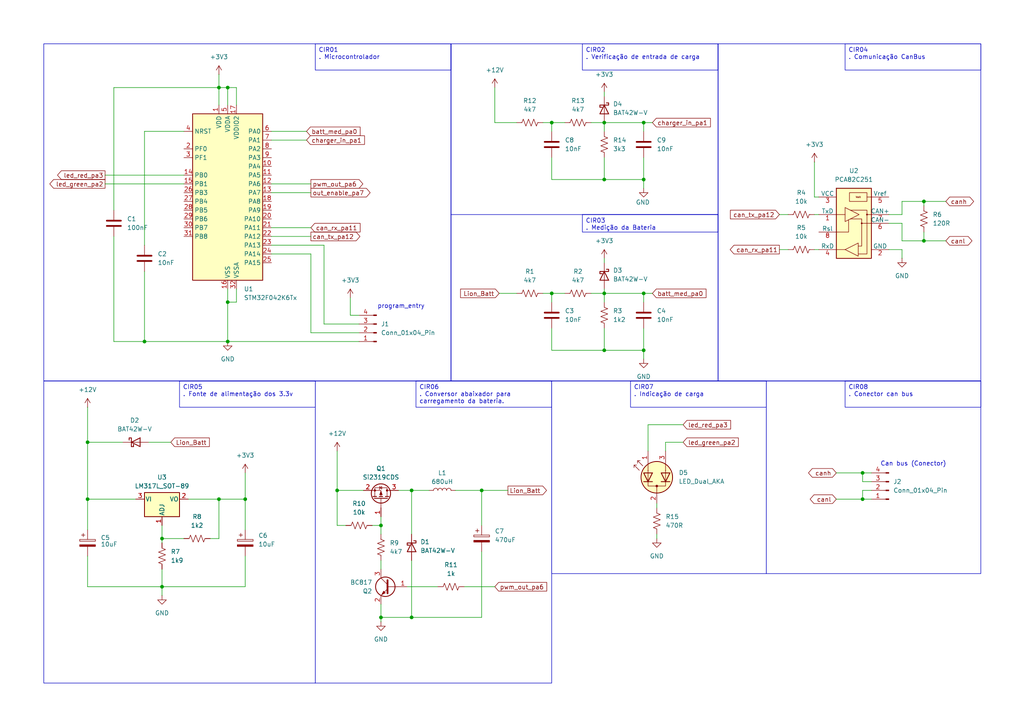
<source format=kicad_sch>
(kicad_sch (version 20250114) (generator "eeschema") (generator_version "9.0")
  (paper "A4")
  (lib_symbols
    (symbol "Connector:Conn_01x04_Pin" (pin_names (offset 1.016) (hide yes))
      (property "Reference" "J" (at 0 5.08 0))
      (property "Value" "Conn_01x04_Pin" (at 0 -7.62 0))
      (symbol "Conn_01x04_Pin_1_1"
        (rectangle (start 0.8636 2.667) (end 0 2.413) (stroke (width 0.1524)) (fill (type outline)))
        (rectangle (start 0.8636 0.127) (end 0 -0.127) (stroke (width 0.1524)) (fill (type outline)))
        (rectangle (start 0.8636 -2.413) (end 0 -2.667) (stroke (width 0.1524)) (fill (type outline)))
        (rectangle (start 0.8636 -4.953) (end 0 -5.207) (stroke (width 0.1524)) (fill (type outline)))
        (polyline (pts (xy 1.27 2.54) (xy 0.8636 2.54)) (stroke (width 0.1524)))
        (polyline (pts (xy 1.27 0) (xy 0.8636 0)) (stroke (width 0.1524)))
        (polyline (pts (xy 1.27 -2.54) (xy 0.8636 -2.54)) (stroke (width 0.1524)))
        (polyline (pts (xy 1.27 -5.08) (xy 0.8636 -5.08)) (stroke (width 0.1524)))
        (pin passive line (at 5.08 2.54 180) (length 3.81) (name "Pin_1") (number "1"))
        (pin passive line (at 5.08 0 180) (length 3.81) (name "Pin_2") (number "2"))
        (pin passive line (at 5.08 -2.54 180) (length 3.81) (name "Pin_3") (number "3"))
        (pin passive line (at 5.08 -5.08 180) (length 3.81) (name "Pin_4") (number "4"))
      )
    )
    (symbol "Device:C" (pin_numbers (hide yes)) (pin_names (offset 0.254))
      (property "Reference" "C" (at 0.635 2.54 0))
      (property "Value" "C" (at 0.635 -2.54 0))
      (symbol "C_0_1"
        (polyline (pts (xy -2.032 0.762) (xy 2.032 0.762)) (stroke (width 0.508)))
        (polyline (pts (xy -2.032 -0.762) (xy 2.032 -0.762)) (stroke (width 0.508)))
      )
      (symbol "C_1_1"
        (pin passive line (at 0 3.81 270) (length 2.794) (name "~") (number "1"))
        (pin passive line (at 0 -3.81 90) (length 2.794) (name "~") (number "2"))
      )
    )
    (symbol "Device:C_Polarized" (pin_numbers (hide yes)) (pin_names (offset 0.254))
      (property "Reference" "C" (at 0.635 2.54 0))
      (property "Value" "C_Polarized" (at 0.635 -2.54 0))
      (symbol "C_Polarized_0_1"
        (rectangle (start -2.286 0.508) (end 2.286 1.016))
        (polyline (pts (xy -1.778 2.286) (xy -0.762 2.286)))
        (polyline (pts (xy -1.27 2.794) (xy -1.27 1.778)))
        (rectangle (start 2.286 -0.508) (end -2.286 -1.016) (fill (type outline)))
      )
      (symbol "C_Polarized_1_1"
        (pin passive line (at 0 3.81 270) (length 2.794) (name "~") (number "1"))
        (pin passive line (at 0 -3.81 90) (length 2.794) (name "~") (number "2"))
      )
    )
    (symbol "Device:L" (pin_numbers (hide yes)) (pin_names (offset 1.016) (hide yes))
      (property "Reference" "L" (at -1.27 0 90))
      (property "Value" "L" (at 1.905 0 90))
      (symbol "L_0_1"
        (arc (start 0 2.54) (mid 0.6323 1.905) (end 0 1.27))
        (arc (start 0 1.27) (mid 0.6323 0.635) (end 0 0))
        (arc (start 0 0) (mid 0.6323 -0.635) (end 0 -1.27))
        (arc (start 0 -1.27) (mid 0.6323 -1.905) (end 0 -2.54))
      )
      (symbol "L_1_1"
        (pin passive line (at 0 3.81 270) (length 1.27) (name "1") (number "1"))
        (pin passive line (at 0 -3.81 90) (length 1.27) (name "2") (number "2"))
      )
    )
    (symbol "Device:LED_Dual_AKA" (pin_names (offset 0) (hide yes))
      (property "Reference" "D" (at 0 5.715 0))
      (property "Value" "LED_Dual_AKA" (at 0 -6.35 0))
      (symbol "LED_Dual_AKA_0_1"
        (polyline (pts (xy -4.572 0) (xy -2.54 0)))
        (circle (center -2.54 0) (radius 0.2794) (fill (type outline)))
        (polyline (pts (xy -1.27 1.27) (xy -1.27 3.81)) (stroke (width 0.254)))
        (polyline (pts (xy -1.27 -1.27) (xy -1.27 -3.81)) (stroke (width 0.254)))
        (circle (center 0 0) (radius 4.572) (stroke (width 0.254)) (fill (type background)))
        (polyline (pts (xy 1.27 1.27) (xy 1.27 3.81) (xy -1.27 2.54) (xy 1.27 1.27)) (stroke (width 0.254)))
        (polyline (pts (xy 1.27 -3.81) (xy 1.27 -1.27) (xy -1.27 -2.54) (xy 1.27 -3.81)) (stroke (width 0.254)))
        (polyline (pts (xy 2.032 5.08) (xy 3.556 6.604) (xy 2.794 6.604) (xy 3.556 6.604) (xy 3.556 5.842)))
        (polyline (pts (xy 2.032 2.54) (xy -2.54 2.54) (xy -2.54 -2.54) (xy 2.032 -2.54)))
        (polyline (pts (xy 3.302 4.064) (xy 4.826 5.588) (xy 4.064 5.588) (xy 4.826 5.588) (xy 4.826 4.826)))
        (polyline (pts (xy 3.81 2.54) (xy 1.905 2.54)))
        (polyline (pts (xy 3.81 -2.54) (xy 1.905 -2.54)))
      )
      (symbol "LED_Dual_AKA_1_1"
        (pin input line (at -7.62 0 0) (length 3.048) (name "K") (number "2"))
        (pin input line (at 7.62 2.54 180) (length 3.81) (name "A1") (number "1"))
        (pin input line (at 7.62 -2.54 180) (length 3.81) (name "A2") (number "3"))
      )
    )
    (symbol "Device:R_US" (pin_numbers (hide yes)) (pin_names (offset 0))
      (property "Reference" "R" (at 2.54 0 90))
      (property "Value" "R_US" (at -2.54 0 90))
      (symbol "R_US_0_1"
        (polyline (pts (xy 0 2.286) (xy 0 2.54)))
        (polyline (pts (xy 0 2.286) (xy 1.016 1.905) (xy 0 1.524) (xy -1.016 1.143) (xy 0 0.762)))
        (polyline (pts (xy 0 0.762) (xy 1.016 0.381) (xy 0 0) (xy -1.016 -0.381) (xy 0 -0.762)))
        (polyline (pts (xy 0 -0.762) (xy 1.016 -1.143) (xy 0 -1.524) (xy -1.016 -1.905) (xy 0 -2.286)))
        (polyline (pts (xy 0 -2.286) (xy 0 -2.54)))
      )
      (symbol "R_US_1_1"
        (pin passive line (at 0 3.81 270) (length 1.27) (name "~") (number "1"))
        (pin passive line (at 0 -3.81 90) (length 1.27) (name "~") (number "2"))
      )
    )
    (symbol "Diode:BAT42W-V" (pin_numbers (hide yes)) (pin_names (offset 1.016) (hide yes))
      (property "Reference" "D" (at 0 2.54 0))
      (property "Value" "BAT42W-V" (at 0 -2.54 0))
      (symbol "BAT42W-V_0_1"
        (polyline (pts (xy -1.905 0.635) (xy -1.905 1.27) (xy -1.27 1.27) (xy -1.27 -1.27) (xy -0.635 -1.27) (xy -0.635 -0.635)) (stroke (width 0.254)))
        (polyline (pts (xy 1.27 1.27) (xy 1.27 -1.27) (xy -1.27 0) (xy 1.27 1.27)) (stroke (width 0.254)))
        (polyline (pts (xy 1.27 0) (xy -1.27 0)))
      )
      (symbol "BAT42W-V_1_1"
        (pin passive line (at -3.81 0 0) (length 2.54) (name "K") (number "1"))
        (pin passive line (at 3.81 0 180) (length 2.54) (name "A") (number "2"))
      )
    )
    (symbol "Interface_CAN_LIN:PCA82C251" (pin_names (offset 0))
      (property "Reference" "U" (at -5.08 13.97 0))
      (property "Value" "PCA82C251" (at -5.08 11.43 0))
      (symbol "PCA82C251_0_1"
        (rectangle (start -5.08 10.16) (end 5.08 -10.16) (stroke (width 0.254)) (fill (type background)))
        (polyline (pts (xy -5.08 -2.54) (xy -1.524 -2.54) (xy -1.524 1.016)))
        (polyline (pts (xy -2.54 4.572) (xy -2.54 0.508) (xy 1.524 2.54) (xy -2.54 4.572)))
        (polyline (pts (xy -2.54 2.54) (xy -5.08 2.54)))
        (polyline (pts (xy -2.54 -7.62) (xy -5.08 -7.62)))
        (polyline (pts (xy -2.54 -7.62) (xy 1.27 -5.715) (xy 1.27 -9.525) (xy -2.54 -7.62)))
        (polyline (pts (xy -1.27 8.89) (xy -1.27 6.35) (xy 3.81 6.35) (xy 3.81 8.89) (xy -1.27 8.89)))
        (polyline (pts (xy -1.016 3.81) (xy 3.81 3.81) (xy 3.81 -8.89) (xy 1.27 -8.89)))
        (polyline (pts (xy -1.016 1.27) (xy 2.286 1.27) (xy 2.286 -6.604) (xy 1.27 -6.604)))
        (polyline (pts (xy 2.286 0) (xy 5.08 0)))
        (circle (center 2.286 0) (radius 0.127) (stroke (width 0.254)))
        (polyline (pts (xy 3.81 7.62) (xy 5.08 7.62)))
        (polyline (pts (xy 3.81 2.54) (xy 5.08 2.54)))
        (circle (center 3.81 2.54) (radius 0.127) (stroke (width 0.254)))
        (text "Volt" (at 1.27 7.62 0) (effects (font (size 0.508 0.508) (bold yes))))
      )
      (symbol "PCA82C251_1_1"
        (pin power_in line (at -10.16 7.62 0) (length 5.08) (name "VCC") (number "3"))
        (pin input line (at -10.16 2.54 0) (length 5.08) (name "TxD") (number "1"))
        (pin input line (at -10.16 -2.54 0) (length 5.08) (name "Rsl") (number "8"))
        (pin output line (at -10.16 -7.62 0) (length 5.08) (name "RxD") (number "4"))
        (pin output line (at 10.16 7.62 180) (length 5.08) (name "Vref") (number "5"))
        (pin bidirectional line (at 10.16 2.54 180) (length 5.08) (name "CAN+") (number "7"))
        (pin bidirectional line (at 10.16 0 180) (length 5.08) (name "CAN-") (number "6"))
        (pin power_in line (at 10.16 -7.62 180) (length 5.08) (name "GND") (number "2"))
      )
    )
    (symbol "MCU_ST_STM32F0:STM32F042K6Tx"
      (property "Reference" "U" (at -10.16 26.67 0))
      (property "Value" "STM32F042K6Tx" (at 5.08 26.67 0))
      (symbol "STM32F042K6Tx_0_1"
        (rectangle (start -10.16 -22.86) (end 10.16 25.4) (stroke (width 0.254)) (fill (type background)))
      )
      (symbol "STM32F042K6Tx_1_1"
        (pin input line (at -12.7 20.32 0) (length 2.54) (name "NRST") (number "4"))
        (pin bidirectional line (at -12.7 15.24 0) (length 2.54) (name "PF0") (number "2"))
        (pin bidirectional line (at -12.7 12.7 0) (length 2.54) (name "PF1") (number "3"))
        (pin bidirectional line (at -12.7 7.62 0) (length 2.54) (name "PB0") (number "14"))
        (pin bidirectional line (at -12.7 5.08 0) (length 2.54) (name "PB1") (number "15"))
        (pin bidirectional line (at -12.7 2.54 0) (length 2.54) (name "PB3") (number "26"))
        (pin bidirectional line (at -12.7 0 0) (length 2.54) (name "PB4") (number "27"))
        (pin bidirectional line (at -12.7 -2.54 0) (length 2.54) (name "PB5") (number "28"))
        (pin bidirectional line (at -12.7 -5.08 0) (length 2.54) (name "PB6") (number "29"))
        (pin bidirectional line (at -12.7 -7.62 0) (length 2.54) (name "PB7") (number "30"))
        (pin bidirectional line (at -12.7 -10.16 0) (length 2.54) (name "PB8") (number "31"))
        (pin power_in line (at -2.54 27.94 270) (length 2.54) (name "VDD") (number "1"))
        (pin power_in line (at 0 27.94 270) (length 2.54) (name "VDDA") (number "5"))
        (pin power_in line (at 0 -25.4 90) (length 2.54) (name "VSS") (number "16"))
        (pin power_in line (at 2.54 27.94 270) (length 2.54) (name "VDDIO2") (number "17"))
        (pin power_in line (at 2.54 -25.4 90) (length 2.54) (name "VSSA") (number "32"))
        (pin bidirectional line (at 12.7 20.32 180) (length 2.54) (name "PA0") (number "6"))
        (pin bidirectional line (at 12.7 17.78 180) (length 2.54) (name "PA1") (number "7"))
        (pin bidirectional line (at 12.7 15.24 180) (length 2.54) (name "PA2") (number "8"))
        (pin bidirectional line (at 12.7 12.7 180) (length 2.54) (name "PA3") (number "9"))
        (pin bidirectional line (at 12.7 10.16 180) (length 2.54) (name "PA4") (number "10"))
        (pin bidirectional line (at 12.7 7.62 180) (length 2.54) (name "PA5") (number "11"))
        (pin bidirectional line (at 12.7 5.08 180) (length 2.54) (name "PA6") (number "12"))
        (pin bidirectional line (at 12.7 2.54 180) (length 2.54) (name "PA7") (number "13"))
        (pin bidirectional line (at 12.7 0 180) (length 2.54) (name "PA8") (number "18"))
        (pin bidirectional line (at 12.7 -2.54 180) (length 2.54) (name "PA9") (number "19"))
        (pin bidirectional line (at 12.7 -5.08 180) (length 2.54) (name "PA10") (number "20"))
        (pin bidirectional line (at 12.7 -7.62 180) (length 2.54) (name "PA11") (number "21"))
        (pin bidirectional line (at 12.7 -10.16 180) (length 2.54) (name "PA12") (number "22"))
        (pin bidirectional line (at 12.7 -12.7 180) (length 2.54) (name "PA13") (number "23"))
        (pin bidirectional line (at 12.7 -15.24 180) (length 2.54) (name "PA14") (number "24"))
        (pin bidirectional line (at 12.7 -17.78 180) (length 2.54) (name "PA15") (number "25"))
      )
    )
    (symbol "Regulator_Linear:LM317L_SOT-89" (pin_names (offset 0.254))
      (property "Reference" "U" (at -3.81 3.175 0))
      (property "Value" "LM317L_SOT-89" (at 0 3.175 0))
      (symbol "LM317L_SOT-89_0_1"
        (rectangle (start -5.08 1.905) (end 5.08 -5.08) (stroke (width 0.254)) (fill (type background)))
      )
      (symbol "LM317L_SOT-89_1_1"
        (pin power_in line (at -7.62 0 0) (length 2.54) (name "VI") (number "3"))
        (pin input line (at 0 -7.62 90) (length 2.54) (name "ADJ") (number "1"))
        (pin power_out line (at 7.62 0 180) (length 2.54) (name "VO") (number "2"))
      )
    )
    (symbol "Transistor_BJT:BC817" (pin_names (offset 0) (hide yes))
      (property "Reference" "Q" (at 5.08 1.905 0))
      (property "Value" "BC817" (at 5.08 0 0))
      (symbol "BC817_0_1"
        (polyline (pts (xy -2.54 0) (xy 0.635 0)))
        (polyline (pts (xy 0.635 1.905) (xy 0.635 -1.905)) (stroke (width 0.508)))
        (circle (center 1.27 0) (radius 2.8194) (stroke (width 0.254)))
      )
      (symbol "BC817_1_1"
        (polyline (pts (xy 0.635 0.635) (xy 2.54 2.54)))
        (polyline (pts (xy 0.635 -0.635) (xy 2.54 -2.54)))
        (polyline (pts (xy 1.27 -1.778) (xy 1.778 -1.27) (xy 2.286 -2.286) (xy 1.27 -1.778)) (fill (type outline)))
        (pin input line (at -5.08 0 0) (length 2.54) (name "B") (number "1"))
        (pin passive line (at 2.54 5.08 270) (length 2.54) (name "C") (number "3"))
        (pin passive line (at 2.54 -5.08 90) (length 2.54) (name "E") (number "2"))
      )
    )
    (symbol "Transistor_FET:Si2319CDS" (pin_names (hide yes))
      (property "Reference" "Q" (at 5.08 1.905 0))
      (property "Value" "Si2319CDS" (at 5.08 0 0))
      (symbol "Si2319CDS_0_1"
        (polyline (pts (xy 0.254 1.905) (xy 0.254 -1.905)) (stroke (width 0.254)))
        (polyline (pts (xy 0.254 0) (xy -2.54 0)))
        (polyline (pts (xy 0.762 2.286) (xy 0.762 1.27)) (stroke (width 0.254)))
        (polyline (pts (xy 0.762 1.778) (xy 3.302 1.778) (xy 3.302 -1.778) (xy 0.762 -1.778)))
        (polyline (pts (xy 0.762 0.508) (xy 0.762 -0.508)) (stroke (width 0.254)))
        (polyline (pts (xy 0.762 -1.27) (xy 0.762 -2.286)) (stroke (width 0.254)))
        (circle (center 1.651 0) (radius 2.794) (stroke (width 0.254)))
        (polyline (pts (xy 2.286 0) (xy 1.27 0.381) (xy 1.27 -0.381) (xy 2.286 0)) (fill (type outline)))
        (polyline (pts (xy 2.54 2.54) (xy 2.54 1.778)))
        (circle (center 2.54 1.778) (radius 0.254) (fill (type outline)))
        (circle (center 2.54 -1.778) (radius 0.254) (fill (type outline)))
        (polyline (pts (xy 2.54 -2.54) (xy 2.54 0) (xy 0.762 0)))
        (polyline (pts (xy 2.794 -0.508) (xy 2.921 -0.381) (xy 3.683 -0.381) (xy 3.81 -0.254)))
        (polyline (pts (xy 3.302 -0.381) (xy 2.921 0.254) (xy 3.683 0.254) (xy 3.302 -0.381)))
      )
      (symbol "Si2319CDS_1_1"
        (pin input line (at -5.08 0 0) (length 2.54) (name "G") (number "1"))
        (pin passive line (at 2.54 5.08 270) (length 2.54) (name "D") (number "3"))
        (pin passive line (at 2.54 -5.08 90) (length 2.54) (name "S") (number "2"))
      )
    )
    (symbol "power:+12V" (power) (pin_numbers (hide yes)) (pin_names (offset 0) (hide yes))
      (property "Value" "+12V" (at 0 3.556 0))
      (symbol "+12V_0_1"
        (polyline (pts (xy -0.762 1.27) (xy 0 2.54)))
        (polyline (pts (xy 0 2.54) (xy 0.762 1.27)))
        (polyline (pts (xy 0 0) (xy 0 2.54)))
      )
      (symbol "+12V_1_1"
        (pin power_in line (at 0 0 90) (length 0) (name "~") (number "1"))
      )
    )
    (symbol "power:+3V3" (power) (pin_numbers (hide yes)) (pin_names (offset 0) (hide yes))
      (property "Value" "+3V3" (at 0 3.556 0))
      (symbol "+3V3_0_1"
        (polyline (pts (xy -0.762 1.27) (xy 0 2.54)))
        (polyline (pts (xy 0 2.54) (xy 0.762 1.27)))
        (polyline (pts (xy 0 0) (xy 0 2.54)))
      )
      (symbol "+3V3_1_1"
        (pin power_in line (at 0 0 90) (length 0) (name "~") (number "1"))
      )
    )
    (symbol "power:GND" (power) (pin_numbers (hide yes)) (pin_names (offset 0) (hide yes))
      (property "Value" "GND" (at 0 -3.81 0))
      (symbol "GND_0_1"
        (polyline (pts (xy 0 0) (xy 0 -1.27) (xy 1.27 -1.27) (xy 0 -2.54) (xy -1.27 -1.27) (xy 0 -1.27)))
      )
      (symbol "GND_1_1"
        (pin power_in line (at 0 0 270) (length 0) (name "~") (number "1"))
      )
    )
  )
  (rectangle (start 91.44 110.49) (end 160.02 198.12))
  (rectangle (start 222.25 110.49) (end 284.48 166.37))
  (rectangle (start 130.81 12.7) (end 208.28 110.49))
  (rectangle (start 12.7 12.7) (end 130.81 110.49))
  (rectangle (start 208.28 12.7) (end 284.48 110.49))
  (rectangle (start 12.7 110.49) (end 91.44 198.12))
  (rectangle (start 160.02 110.49) (end 222.25 166.37))
  (text "Can bus (Conector)\n" (at 264.922 134.62 0) (effects (font (size 1.27 1.27))))
  (text "program_entry\n" (at 116.332 88.9 0) (effects (font (size 1.27 1.27))))
  (text_box "CIR06\n. Conversor abaixador para carregamento da bateria.\n\n\n" (at 120.65 110.49 0) (size 39.37 7.62) (margins 0.9525 0.9525 0.9525 0.9525) (effects (font (size 1.27 1.27)) (justify left top)))
  (text_box "CIR07\n. Indicação de carga\n\n" (at 182.88 110.49 0) (size 39.37 7.62) (margins 0.9525 0.9525 0.9525 0.9525) (effects (font (size 1.27 1.27)) (justify left top)))
  (text_box "CIR08\n. Conector can bus\n\n\n" (at 245.11 110.49 0) (size 39.37 7.62) (margins 0.9525 0.9525 0.9525 0.9525) (effects (font (size 1.27 1.27)) (justify left top)))
  (text_box "CIR05\n. Fonte de alimentação dos 3.3v\n\n\n\n" (at 52.07 110.49 0) (size 39.37 7.62) (margins 0.9525 0.9525 0.9525 0.9525) (effects (font (size 1.27 1.27)) (justify left top)))
  (text_box "CIR04\n. Comunicação CanBus\n\n\n\n" (at 245.11 12.7 0) (size 39.37 7.62) (margins 0.9525 0.9525 0.9525 0.9525) (effects (font (size 1.27 1.27)) (justify left top)))
  (text_box "CIR02\n. Verificação de entrada de carga" (at 168.91 12.7 0) (size 39.37 7.62) (margins 0.9525 0.9525 0.9525 0.9525) (effects (font (size 1.27 1.27)) (justify left top)))
  (text_box "CIR01\n. Microcontrolador\n" (at 91.44 12.7 0) (size 39.37 7.62) (margins 0.9525 0.9525 0.9525 0.9525) (effects (font (size 1.27 1.27)) (justify left top)))
  (text_box "CIR03\n. Medição da Bateria\n\n" (at 168.91 62.23 0) (size 39.37 5.08) (margins 0.9525 0.9525 0.9525 0.9525) (effects (font (size 1.27 1.27)) (justify left top)))
  (junction (at 46.99 170.18))
  (junction (at 267.97 58.42))
  (junction (at 25.4 128.27))
  (junction (at 139.7 142.24))
  (junction (at 267.97 69.85))
  (junction (at 66.04 87.63))
  (junction (at 186.69 85.09))
  (junction (at 46.99 156.21))
  (junction (at 66.04 99.06))
  (junction (at 63.5 144.78))
  (junction (at 41.91 99.06))
  (junction (at 63.5 25.4))
  (junction (at 160.02 35.56))
  (junction (at 66.04 25.4))
  (junction (at 119.38 142.24))
  (junction (at 250.19 144.78))
  (junction (at 250.19 137.16))
  (junction (at 97.79 142.24))
  (junction (at 110.49 179.07))
  (junction (at 175.26 35.56))
  (junction (at 186.69 52.07))
  (junction (at 186.69 101.6))
  (junction (at 160.02 85.09))
  (junction (at 119.38 179.07))
  (junction (at 175.26 52.07))
  (junction (at 110.49 152.4))
  (junction (at 71.12 144.78))
  (junction (at 175.26 85.09))
  (junction (at 175.26 101.6))
  (junction (at 25.4 144.78))
  (junction (at 186.69 35.56))
  (wire (pts (xy 175.26 85.09) (xy 186.69 85.09)))
  (wire (pts (xy 41.91 38.1) (xy 53.34 38.1)))
  (wire (pts (xy 267.97 58.42) (xy 267.97 59.69)))
  (wire (pts (xy 25.4 128.27) (xy 25.4 144.78)))
  (wire (pts (xy 186.69 85.09) (xy 189.23 85.09)))
  (wire (pts (xy 226.06 62.23) (xy 228.6 62.23)))
  (wire (pts (xy 139.7 142.24) (xy 147.32 142.24)))
  (wire (pts (xy 63.5 156.21) (xy 63.5 144.78)))
  (wire (pts (xy 78.74 66.04) (xy 90.17 66.04)))
  (wire (pts (xy 267.97 67.31) (xy 267.97 69.85)))
  (wire (pts (xy 175.26 45.72) (xy 175.26 52.07)))
  (wire (pts (xy 93.98 71.12) (xy 93.98 93.98)))
  (wire (pts (xy 68.58 87.63) (xy 66.04 87.63)))
  (wire (pts (xy 250.19 139.7) (xy 252.73 139.7)))
  (wire (pts (xy 175.26 74.93) (xy 175.26 76.2)))
  (wire (pts (xy 236.22 72.39) (xy 237.49 72.39)))
  (wire (pts (xy 157.48 85.09) (xy 160.02 85.09)))
  (wire (pts (xy 25.4 118.11) (xy 25.4 128.27)))
  (wire (pts (xy 30.48 50.8) (xy 53.34 50.8)))
  (wire (pts (xy 242.57 144.78) (xy 250.19 144.78)))
  (wire (pts (xy 41.91 78.74) (xy 41.91 99.06)))
  (wire (pts (xy 139.7 142.24) (xy 139.7 152.4)))
  (wire (pts (xy 101.6 91.44) (xy 104.14 91.44)))
  (wire (pts (xy 267.97 69.85) (xy 274.32 69.85)))
  (wire (pts (xy 68.58 83.82) (xy 68.58 87.63)))
  (wire (pts (xy 97.79 130.81) (xy 97.79 142.24)))
  (wire (pts (xy 110.49 179.07) (xy 110.49 180.34)))
  (wire (pts (xy 78.74 55.88) (xy 90.17 55.88)))
  (wire (pts (xy 63.5 25.4) (xy 63.5 30.48)))
  (wire (pts (xy 252.73 142.24) (xy 250.19 142.24)))
  (wire (pts (xy 160.02 85.09) (xy 163.83 85.09)))
  (wire (pts (xy 71.12 144.78) (xy 71.12 153.67)))
  (wire (pts (xy 160.02 52.07) (xy 175.26 52.07)))
  (wire (pts (xy 25.4 128.27) (xy 35.56 128.27)))
  (wire (pts (xy 110.49 162.56) (xy 110.49 165.1)))
  (wire (pts (xy 101.6 86.36) (xy 101.6 91.44)))
  (wire (pts (xy 186.69 95.25) (xy 186.69 101.6)))
  (wire (pts (xy 175.26 52.07) (xy 186.69 52.07)))
  (wire (pts (xy 186.69 35.56) (xy 186.69 38.1)))
  (wire (pts (xy 190.5 147.32) (xy 190.5 146.05)))
  (wire (pts (xy 250.19 137.16) (xy 250.19 139.7)))
  (wire (pts (xy 257.81 64.77) (xy 261.62 64.77)))
  (wire (pts (xy 25.4 144.78) (xy 39.37 144.78)))
  (wire (pts (xy 257.81 72.39) (xy 261.62 72.39)))
  (wire (pts (xy 160.02 95.25) (xy 160.02 101.6)))
  (wire (pts (xy 175.26 26.67) (xy 175.26 27.94)))
  (wire (pts (xy 33.02 68.58) (xy 33.02 99.06)))
  (wire (pts (xy 139.7 160.02) (xy 139.7 179.07)))
  (wire (pts (xy 33.02 99.06) (xy 41.91 99.06)))
  (wire (pts (xy 175.26 83.82) (xy 175.26 85.09)))
  (wire (pts (xy 186.69 52.07) (xy 186.69 54.61)))
  (wire (pts (xy 257.81 62.23) (xy 261.62 62.23)))
  (wire (pts (xy 90.17 96.52) (xy 104.14 96.52)))
  (wire (pts (xy 100.33 152.4) (xy 97.79 152.4)))
  (wire (pts (xy 71.12 170.18) (xy 46.99 170.18)))
  (wire (pts (xy 110.49 175.26) (xy 110.49 179.07)))
  (wire (pts (xy 132.08 142.24) (xy 139.7 142.24)))
  (wire (pts (xy 190.5 154.94) (xy 190.5 156.21)))
  (wire (pts (xy 119.38 179.07) (xy 110.49 179.07)))
  (wire (pts (xy 68.58 25.4) (xy 66.04 25.4)))
  (wire (pts (xy 186.69 85.09) (xy 186.69 87.63)))
  (wire (pts (xy 187.96 123.19) (xy 187.96 130.81)))
  (wire (pts (xy 110.49 149.86) (xy 110.49 152.4)))
  (polyline (pts (xy 130.81 62.23) (xy 208.28 62.23)))
  (wire (pts (xy 250.19 142.24) (xy 250.19 144.78)))
  (wire (pts (xy 115.57 142.24) (xy 119.38 142.24)))
  (wire (pts (xy 93.98 93.98) (xy 104.14 93.98)))
  (wire (pts (xy 25.4 170.18) (xy 46.99 170.18)))
  (wire (pts (xy 261.62 72.39) (xy 261.62 74.93)))
  (wire (pts (xy 236.22 46.99) (xy 236.22 57.15)))
  (wire (pts (xy 171.45 35.56) (xy 175.26 35.56)))
  (wire (pts (xy 78.74 68.58) (xy 90.17 68.58)))
  (wire (pts (xy 119.38 162.56) (xy 119.38 179.07)))
  (wire (pts (xy 261.62 58.42) (xy 267.97 58.42)))
  (wire (pts (xy 252.73 137.16) (xy 250.19 137.16)))
  (wire (pts (xy 97.79 142.24) (xy 105.41 142.24)))
  (wire (pts (xy 33.02 25.4) (xy 63.5 25.4)))
  (wire (pts (xy 175.26 85.09) (xy 175.26 87.63)))
  (wire (pts (xy 33.02 60.96) (xy 33.02 25.4)))
  (wire (pts (xy 63.5 21.59) (xy 63.5 25.4)))
  (wire (pts (xy 90.17 73.66) (xy 90.17 96.52)))
  (wire (pts (xy 41.91 71.12) (xy 41.91 38.1)))
  (wire (pts (xy 25.4 161.29) (xy 25.4 170.18)))
  (wire (pts (xy 143.51 35.56) (xy 149.86 35.56)))
  (wire (pts (xy 78.74 40.64) (xy 88.9 40.64)))
  (wire (pts (xy 46.99 156.21) (xy 46.99 157.48)))
  (wire (pts (xy 160.02 87.63) (xy 160.02 85.09)))
  (wire (pts (xy 66.04 30.48) (xy 66.04 25.4)))
  (wire (pts (xy 267.97 58.42) (xy 274.32 58.42)))
  (wire (pts (xy 71.12 161.29) (xy 71.12 170.18)))
  (wire (pts (xy 46.99 165.1) (xy 46.99 170.18)))
  (wire (pts (xy 134.62 170.18) (xy 143.51 170.18)))
  (wire (pts (xy 236.22 62.23) (xy 237.49 62.23)))
  (wire (pts (xy 78.74 73.66) (xy 90.17 73.66)))
  (wire (pts (xy 41.91 99.06) (xy 66.04 99.06)))
  (wire (pts (xy 43.18 128.27) (xy 49.53 128.27)))
  (wire (pts (xy 139.7 179.07) (xy 119.38 179.07)))
  (wire (pts (xy 186.69 35.56) (xy 189.23 35.56)))
  (wire (pts (xy 46.99 152.4) (xy 46.99 156.21)))
  (wire (pts (xy 186.69 45.72) (xy 186.69 52.07)))
  (wire (pts (xy 30.48 53.34) (xy 53.34 53.34)))
  (wire (pts (xy 144.78 85.09) (xy 149.86 85.09)))
  (wire (pts (xy 193.04 128.27) (xy 193.04 130.81)))
  (wire (pts (xy 143.51 25.4) (xy 143.51 35.56)))
  (wire (pts (xy 78.74 38.1) (xy 88.9 38.1)))
  (wire (pts (xy 119.38 154.94) (xy 119.38 142.24)))
  (wire (pts (xy 226.06 72.39) (xy 228.6 72.39)))
  (wire (pts (xy 66.04 25.4) (xy 63.5 25.4)))
  (wire (pts (xy 119.38 142.24) (xy 124.46 142.24)))
  (wire (pts (xy 63.5 144.78) (xy 71.12 144.78)))
  (wire (pts (xy 186.69 101.6) (xy 186.69 104.14)))
  (wire (pts (xy 160.02 38.1) (xy 160.02 35.56)))
  (wire (pts (xy 160.02 45.72) (xy 160.02 52.07)))
  (wire (pts (xy 242.57 137.16) (xy 250.19 137.16)))
  (wire (pts (xy 66.04 83.82) (xy 66.04 87.63)))
  (wire (pts (xy 25.4 144.78) (xy 25.4 153.67)))
  (wire (pts (xy 60.96 156.21) (xy 63.5 156.21)))
  (wire (pts (xy 175.26 95.25) (xy 175.26 101.6)))
  (wire (pts (xy 110.49 152.4) (xy 110.49 154.94)))
  (wire (pts (xy 78.74 71.12) (xy 93.98 71.12)))
  (wire (pts (xy 78.74 53.34) (xy 90.17 53.34)))
  (wire (pts (xy 171.45 85.09) (xy 175.26 85.09)))
  (wire (pts (xy 261.62 62.23) (xy 261.62 58.42)))
  (wire (pts (xy 175.26 35.56) (xy 175.26 38.1)))
  (wire (pts (xy 261.62 69.85) (xy 267.97 69.85)))
  (wire (pts (xy 175.26 101.6) (xy 186.69 101.6)))
  (wire (pts (xy 175.26 35.56) (xy 186.69 35.56)))
  (wire (pts (xy 250.19 144.78) (xy 252.73 144.78)))
  (wire (pts (xy 118.11 170.18) (xy 127 170.18)))
  (wire (pts (xy 66.04 99.06) (xy 104.14 99.06)))
  (wire (pts (xy 157.48 35.56) (xy 160.02 35.56)))
  (wire (pts (xy 97.79 152.4) (xy 97.79 142.24)))
  (wire (pts (xy 160.02 35.56) (xy 163.83 35.56)))
  (wire (pts (xy 261.62 64.77) (xy 261.62 69.85)))
  (wire (pts (xy 68.58 30.48) (xy 68.58 25.4)))
  (wire (pts (xy 54.61 144.78) (xy 63.5 144.78)))
  (wire (pts (xy 198.12 128.27) (xy 193.04 128.27)))
  (wire (pts (xy 66.04 87.63) (xy 66.04 99.06)))
  (wire (pts (xy 160.02 101.6) (xy 175.26 101.6)))
  (wire (pts (xy 46.99 170.18) (xy 46.99 172.72)))
  (wire (pts (xy 46.99 156.21) (xy 53.34 156.21)))
  (wire (pts (xy 236.22 57.15) (xy 237.49 57.15)))
  (wire (pts (xy 107.95 152.4) (xy 110.49 152.4)))
  (wire (pts (xy 71.12 137.16) (xy 71.12 144.78)))
  (wire (pts (xy 198.12 123.19) (xy 187.96 123.19)))
  (global_label "canl" (shape bidirectional) (at 274.32 69.85 0) (property "Intersheetrefs" "${INTERSHEET_REFS}" (effects (hide yes))))
  (global_label "canl" (shape bidirectional) (at 242.57 144.78 180) (property "Intersheetrefs" "${INTERSHEET_REFS}" (effects (hide yes))))
  (global_label "Lion_Batt" (shape input) (at 144.78 85.09 180) (property "Intersheetrefs" "${INTERSHEET_REFS}" (effects (hide yes))))
  (global_label "out_enable_pa7" (shape output) (at 90.17 55.88 0) (property "Intersheetrefs" "${INTERSHEET_REFS}" (effects (hide yes))))
  (global_label "charger_in_pa1" (shape input) (at 189.23 35.56 0) (property "Intersheetrefs" "${INTERSHEET_REFS}" (effects (hide yes))))
  (global_label "batt_med_pa0" (shape input) (at 189.23 85.09 0) (property "Intersheetrefs" "${INTERSHEET_REFS}" (effects (hide yes))))
  (global_label "pwm_out_pa6" (shape output) (at 90.17 53.34 0) (property "Intersheetrefs" "${INTERSHEET_REFS}" (effects (hide yes))))
  (global_label "led_green_pa2" (shape input) (at 198.12 128.27 0) (property "Intersheetrefs" "${INTERSHEET_REFS}" (effects (hide yes))))
  (global_label "pwm_out_pa6" (shape input) (at 143.51 170.18 0) (property "Intersheetrefs" "${INTERSHEET_REFS}" (effects (hide yes))))
  (global_label "batt_med_pa0" (shape input) (at 88.9 38.1 0) (property "Intersheetrefs" "${INTERSHEET_REFS}" (effects (hide yes))))
  (global_label "led_green_pa2" (shape output) (at 30.48 53.34 180) (property "Intersheetrefs" "${INTERSHEET_REFS}" (effects (hide yes))))
  (global_label "canh" (shape bidirectional) (at 242.57 137.16 180) (property "Intersheetrefs" "${INTERSHEET_REFS}" (effects (hide yes))))
  (global_label "Lion_Batt" (shape output) (at 147.32 142.24 0) (property "Intersheetrefs" "${INTERSHEET_REFS}" (effects (hide yes))))
  (global_label "can_rx_pa11" (shape output) (at 226.06 72.39 180) (property "Intersheetrefs" "${INTERSHEET_REFS}" (effects (hide yes))))
  (global_label "Lion_Batt" (shape input) (at 49.53 128.27 0) (property "Intersheetrefs" "${INTERSHEET_REFS}" (effects (hide yes))))
  (global_label "can_tx_pa12" (shape input) (at 226.06 62.23 180) (property "Intersheetrefs" "${INTERSHEET_REFS}" (effects (hide yes))))
  (global_label "can_rx_pa11" (shape input) (at 90.17 66.04 0) (property "Intersheetrefs" "${INTERSHEET_REFS}" (effects (hide yes))))
  (global_label "led_red_pa3" (shape output) (at 30.48 50.8 180) (property "Intersheetrefs" "${INTERSHEET_REFS}" (effects (hide yes))))
  (global_label "led_red_pa3" (shape input) (at 198.12 123.19 0) (property "Intersheetrefs" "${INTERSHEET_REFS}" (effects (hide yes))))
  (global_label "charger_in_pa1" (shape input) (at 88.9 40.64 0) (property "Intersheetrefs" "${INTERSHEET_REFS}" (effects (hide yes))))
  (global_label "canh" (shape bidirectional) (at 274.32 58.42 0) (property "Intersheetrefs" "${INTERSHEET_REFS}" (effects (hide yes))))
  (global_label "can_tx_pa12" (shape output) (at 90.17 68.58 0) (property "Intersheetrefs" "${INTERSHEET_REFS}" (effects (hide yes))))
  (symbol (lib_id "power:+3V3") (at 236.22 46.99 0) (unit 1)
    (property "Reference" "#PWR05" (effects (hide yes)))
    (property "Value" "+3V3" (at 236.22 41.91 0))
    (property "Description" "Power symbol creates a global label with name \"+3V3\"" (effects (hide yes)))
  )
  (symbol (lib_id "power:GND") (at 186.69 104.14 0) (unit 1)
    (property "Reference" "#PWR04" (effects (hide yes)))
    (property "Value" "GND" (at 186.69 109.22 0))
    (property "Description" "Power symbol creates a global label with name \"GND\" , ground" (effects (hide yes)))
  )
  (symbol (lib_id "Diode:BAT42W-V") (at 175.26 31.75 270) (unit 1)
    (property "Reference" "D4" (at 177.8 30.1624 90) (effects (justify left)))
    (property "Value" "BAT42W-V" (at 177.8 32.7024 90) (effects (justify left)))
    (property "Footprint" "Diode_SMD:D_SOD-123" (effects (hide yes)))
    (property "Datasheet" "http://www.vishay.com/docs/85660/bat42.pdf" (effects (hide yes)))
    (property "Description" "30V 0.2A Small Signal Schottky diode, SOD-123" (effects (hide yes)))
  )
  (symbol (lib_id "Device:R_US") (at 167.64 85.09 90) (unit 1)
    (property "Reference" "R2" (at 167.64 78.74 90))
    (property "Value" "4k7" (at 167.64 81.28 90))
    (property "Footprint" "Resistor_SMD:R_1206_3216Metric" (effects (hide yes)))
    (property "Description" "Resistor, US symbol" (effects (hide yes)))
  )
  (symbol (lib_id "power:+12V") (at 143.51 25.4 0) (unit 1)
    (property "Reference" "#PWR013" (effects (hide yes)))
    (property "Value" "+12V" (at 143.51 20.32 0))
    (property "Description" "Power symbol creates a global label with name \"+12V\"" (effects (hide yes)))
  )
  (symbol (lib_id "Regulator_Linear:LM317L_SOT-89") (at 46.99 144.78 0) (unit 1)
    (property "Reference" "U3" (at 46.99 138.43 0))
    (property "Value" "LM317L_SOT-89" (at 46.99 140.97 0))
    (property "Footprint" "Package_TO_SOT_SMD:SOT-89-3" (effects (hide yes)))
    (property "Datasheet" "http://www.ti.com/lit/ds/symlink/lm317l.pdf" (effects (hide yes)))
    (property "Description" "100mA 35V Adjustable Linear Regulator, SOT-89" (effects (hide yes)))
  )
  (symbol (lib_id "Device:R_US") (at 153.67 35.56 90) (unit 1)
    (property "Reference" "R12" (at 153.67 29.21 90))
    (property "Value" "4k7" (at 153.67 31.75 90))
    (property "Footprint" "Resistor_SMD:R_1206_3216Metric" (effects (hide yes)))
    (property "Description" "Resistor, US symbol" (effects (hide yes)))
  )
  (symbol (lib_id "power:GND") (at 186.69 54.61 0) (unit 1)
    (property "Reference" "#PWR012" (effects (hide yes)))
    (property "Value" "GND" (at 186.436 58.674 0))
    (property "Description" "Power symbol creates a global label with name \"GND\" , ground" (effects (hide yes)))
  )
  (symbol (lib_id "Device:C") (at 160.02 41.91 0) (unit 1)
    (property "Reference" "C8" (at 163.83 40.6399 0) (effects (justify left)))
    (property "Value" "10nF" (at 163.83 43.1799 0) (effects (justify left)))
    (property "Footprint" "Capacitor_SMD:C_1206_3216Metric" (effects (hide yes)))
    (property "Description" "Unpolarized capacitor" (effects (hide yes)))
  )
  (symbol (lib_id "power:GND") (at 66.04 99.06 0) (unit 1)
    (property "Reference" "#PWR01" (effects (hide yes)))
    (property "Value" "GND" (at 66.04 104.14 0))
    (property "Description" "Power symbol creates a global label with name \"GND\" , ground" (effects (hide yes)))
  )
  (symbol (lib_id "Diode:BAT42W-V") (at 175.26 80.01 270) (unit 1)
    (property "Reference" "D3" (at 177.8 78.4224 90) (effects (justify left)))
    (property "Value" "BAT42W-V" (at 177.8 80.9624 90) (effects (justify left)))
    (property "Footprint" "Diode_SMD:D_SOD-123" (effects (hide yes)))
    (property "Datasheet" "http://www.vishay.com/docs/85660/bat42.pdf" (effects (hide yes)))
    (property "Description" "30V 0.2A Small Signal Schottky diode, SOD-123" (effects (hide yes)))
  )
  (symbol (lib_id "power:+3V3") (at 63.5 21.59 0) (unit 1)
    (property "Reference" "#PWR02" (effects (hide yes)))
    (property "Value" "+3V3" (at 63.5 16.51 0))
    (property "Description" "Power symbol creates a global label with name \"+3V3\"" (effects (hide yes)))
  )
  (symbol (lib_id "Device:R_US") (at 57.15 156.21 90) (unit 1)
    (property "Reference" "R8" (at 57.15 149.86 90))
    (property "Value" "1k2" (at 57.15 152.4 90))
    (property "Footprint" "Resistor_SMD:R_1206_3216Metric" (effects (hide yes)))
    (property "Description" "Resistor, US symbol" (effects (hide yes)))
  )
  (symbol (lib_id "power:+3V3") (at 71.12 137.16 0) (unit 1)
    (property "Reference" "#PWR09" (effects (hide yes)))
    (property "Value" "+3V3" (at 71.12 132.08 0))
    (property "Description" "Power symbol creates a global label with name \"+3V3\"" (effects (hide yes)))
  )
  (symbol (lib_id "MCU_ST_STM32F0:STM32F042K6Tx") (at 66.04 58.42 0) (unit 1)
    (property "Reference" "U1" (at 70.7233 83.82 0) (effects (justify left)))
    (property "Value" "STM32F042K6Tx" (at 70.7233 86.36 0) (effects (justify left)))
    (property "Footprint" "Package_QFP:LQFP-32_7x7mm_P0.8mm" (effects (hide yes)))
    (property "Datasheet" "https://www.st.com/resource/en/datasheet/stm32f042k6.pdf" (effects (hide yes)))
    (property "Description" "STMicroelectronics Arm Cortex-M0 MCU, 32KB flash, 6KB RAM, 48 MHz, 2.0-3.6V, 26 GPIO, LQFP32" (effects (hide yes)))
  )
  (symbol (lib_id "Device:C_Polarized") (at 139.7 156.21 0) (unit 1)
    (property "Reference" "C7" (at 143.51 154.0509 0) (effects (justify left)))
    (property "Value" "470uF" (at 143.51 156.5909 0) (effects (justify left)))
    (property "Footprint" "Capacitor_THT:CP_Radial_D6.3mm_P2.50mm" (effects (hide yes)))
    (property "Description" "Polarized capacitor" (effects (hide yes)))
  )
  (symbol (lib_id "Device:R_US") (at 175.26 91.44 180) (unit 1)
    (property "Reference" "R3" (at 177.8 90.1699 0) (effects (justify right)))
    (property "Value" "1k2" (at 177.8 92.7099 0) (effects (justify right)))
    (property "Footprint" "Resistor_SMD:R_1206_3216Metric" (effects (hide yes)))
    (property "Description" "Resistor, US symbol" (effects (hide yes)))
  )
  (symbol (lib_id "power:+12V") (at 25.4 118.11 0) (unit 1)
    (property "Reference" "#PWR07" (effects (hide yes)))
    (property "Value" "+12V" (at 25.4 113.03 0))
    (property "Description" "Power symbol creates a global label with name \"+12V\"" (effects (hide yes)))
  )
  (symbol (lib_id "Device:R_US") (at 104.14 152.4 270) (unit 1)
    (property "Reference" "R10" (at 104.14 146.05 90))
    (property "Value" "10k" (at 104.14 148.59 90))
    (property "Footprint" "Resistor_SMD:R_1206_3216Metric" (effects (hide yes)))
    (property "Description" "Resistor, US symbol" (effects (hide yes)))
  )
  (symbol (lib_id "Device:R_US") (at 167.64 35.56 90) (unit 1)
    (property "Reference" "R13" (at 167.64 29.21 90))
    (property "Value" "4k7" (at 167.64 31.75 90))
    (property "Footprint" "Resistor_SMD:R_1206_3216Metric" (effects (hide yes)))
    (property "Description" "Resistor, US symbol" (effects (hide yes)))
  )
  (symbol (lib_id "power:+3V3") (at 175.26 26.67 0) (unit 1)
    (property "Reference" "#PWR015" (effects (hide yes)))
    (property "Value" "+3V3" (at 175.26 21.59 0))
    (property "Description" "Power symbol creates a global label with name \"+3V3\"" (effects (hide yes)))
  )
  (symbol (lib_id "Device:R_US") (at 190.5 151.13 180) (unit 1)
    (property "Reference" "R15" (at 193.04 149.8599 0) (effects (justify right)))
    (property "Value" "470R" (at 193.04 152.3999 0) (effects (justify right)))
    (property "Footprint" "Resistor_SMD:R_1206_3216Metric" (effects (hide yes)))
    (property "Description" "Resistor, US symbol" (effects (hide yes)))
  )
  (symbol (lib_id "Transistor_FET:Si2319CDS") (at 110.49 144.78 270) (mirror x) (unit 1)
    (property "Reference" "Q1" (at 110.49 135.89 90))
    (property "Value" "Si2319CDS" (at 110.49 138.43 90))
    (property "Footprint" "Package_TO_SOT_SMD:SOT-23" (effects (hide yes)))
    (property "Datasheet" "http://www.vishay.com/docs/66709/si2319cd.pdf" (effects (hide yes)))
    (property "Description" "-4.4A Id, -40V Vds, P-Channel MOSFET, SOT-23" (effects (hide yes)))
  )
  (symbol (lib_id "Device:C") (at 186.69 41.91 0) (unit 1)
    (property "Reference" "C9" (at 190.5 40.6399 0) (effects (justify left)))
    (property "Value" "10nF" (at 190.5 43.1799 0) (effects (justify left)))
    (property "Footprint" "Capacitor_SMD:C_1206_3216Metric" (effects (hide yes)))
    (property "Description" "Unpolarized capacitor" (effects (hide yes)))
  )
  (symbol (lib_id "Interface_CAN_LIN:PCA82C251") (at 247.65 64.77 0) (unit 1)
    (property "Reference" "U2" (at 247.65 49.53 0))
    (property "Value" "PCA82C251" (at 247.65 52.07 0))
    (property "Footprint" "Package_SO:SO-8_3.9x4.9mm_P1.27mm" (effects (hide yes)))
    (property "Datasheet" "http://www.nxp.com/docs/en/data-sheet/PCA82C251.pdf" (effects (hide yes)))
    (property "Description" "CAN Transceiver for 24V Systems, SO-8" (effects (hide yes)))
  )
  (symbol (lib_id "power:GND") (at 190.5 156.21 0) (unit 1)
    (property "Reference" "#PWR016" (effects (hide yes)))
    (property "Value" "GND" (at 190.5 161.29 0))
    (property "Description" "Power symbol creates a global label with name \"GND\" , ground" (effects (hide yes)))
  )
  (symbol (lib_id "Connector:Conn_01x04_Pin") (at 257.81 142.24 180) (unit 1)
    (property "Reference" "J2" (at 259.08 139.6999 0) (effects (justify right)))
    (property "Value" "Conn_01x04_Pin" (at 259.08 142.2399 0) (effects (justify right)))
    (property "Footprint" "Connector_PinHeader_2.54mm:PinHeader_1x04_P2.54mm_Vertical" (effects (hide yes)))
    (property "Description" "Generic connector, single row, 01x04, script generated" (effects (hide yes)))
  )
  (symbol (lib_id "Diode:BAT42W-V") (at 39.37 128.27 0) (unit 1)
    (property "Reference" "D2" (at 39.0525 121.92 0))
    (property "Value" "BAT42W-V" (at 39.0525 124.46 0))
    (property "Footprint" "Diode_SMD:D_SOD-123" (effects (hide yes)))
    (property "Datasheet" "http://www.vishay.com/docs/85660/bat42.pdf" (effects (hide yes)))
    (property "Description" "30V 0.2A Small Signal Schottky diode, SOD-123" (effects (hide yes)))
  )
  (symbol (lib_id "Device:C") (at 160.02 91.44 0) (unit 1)
    (property "Reference" "C3" (at 163.83 90.1699 0) (effects (justify left)))
    (property "Value" "10nF" (at 163.83 92.7099 0) (effects (justify left)))
    (property "Footprint" "Capacitor_SMD:C_1206_3216Metric" (effects (hide yes)))
    (property "Description" "Unpolarized capacitor" (effects (hide yes)))
  )
  (symbol (lib_id "Device:C") (at 186.69 91.44 0) (unit 1)
    (property "Reference" "C4" (at 190.5 90.1699 0) (effects (justify left)))
    (property "Value" "10nF" (at 190.5 92.7099 0) (effects (justify left)))
    (property "Footprint" "Capacitor_SMD:C_1206_3216Metric" (effects (hide yes)))
    (property "Description" "Unpolarized capacitor" (effects (hide yes)))
  )
  (symbol (lib_id "power:+3V3") (at 101.6 86.36 0) (unit 1)
    (property "Reference" "#PWR03" (effects (hide yes)))
    (property "Value" "+3V3" (at 101.6 81.28 0))
    (property "Description" "Power symbol creates a global label with name \"+3V3\"" (effects (hide yes)))
  )
  (symbol (lib_id "Device:R_US") (at 267.97 63.5 180) (unit 1)
    (property "Reference" "R6" (at 270.51 62.2299 0) (effects (justify right)))
    (property "Value" "120R" (at 270.51 64.7699 0) (effects (justify right)))
    (property "Footprint" "Resistor_SMD:R_1206_3216Metric" (effects (hide yes)))
    (property "Description" "Resistor, US symbol" (effects (hide yes)))
  )
  (symbol (lib_id "Device:R_US") (at 153.67 85.09 90) (unit 1)
    (property "Reference" "R1" (at 153.67 78.74 90))
    (property "Value" "4k7" (at 153.67 81.28 90))
    (property "Footprint" "Resistor_SMD:R_1206_3216Metric" (effects (hide yes)))
    (property "Description" "Resistor, US symbol" (effects (hide yes)))
  )
  (symbol (lib_id "Transistor_BJT:BC817") (at 113.03 170.18 0) (mirror y) (unit 1)
    (property "Reference" "Q2" (at 107.95 171.4501 0) (effects (justify left)))
    (property "Value" "BC817" (at 107.95 168.9101 0) (effects (justify left)))
    (property "Footprint" "Package_TO_SOT_SMD:SOT-23" (effects (hide yes)))
    (property "Datasheet" "https://www.onsemi.com/pub/Collateral/BC818-D.pdf" (effects (hide yes)))
    (property "Description" "0.8A Ic, 45V Vce, NPN Transistor, SOT-23" (effects (hide yes)))
  )
  (symbol (lib_id "power:GND") (at 110.49 180.34 0) (unit 1)
    (property "Reference" "#PWR011" (effects (hide yes)))
    (property "Value" "GND" (at 110.49 185.42 0))
    (property "Description" "Power symbol creates a global label with name \"GND\" , ground" (effects (hide yes)))
  )
  (symbol (lib_id "Device:C") (at 41.91 74.93 0) (unit 1)
    (property "Reference" "C2" (at 45.72 73.6599 0) (effects (justify left)))
    (property "Value" "10nF" (at 45.72 76.1999 0) (effects (justify left)))
    (property "Footprint" "Capacitor_SMD:C_1206_3216Metric" (effects (hide yes)))
    (property "Description" "Unpolarized capacitor" (effects (hide yes)))
  )
  (symbol (lib_id "power:+12V") (at 97.79 130.81 0) (unit 1)
    (property "Reference" "#PWR010" (effects (hide yes)))
    (property "Value" "+12V" (at 97.79 125.73 0))
    (property "Description" "Power symbol creates a global label with name \"+12V\"" (effects (hide yes)))
  )
  (symbol (lib_id "Device:R_US") (at 175.26 41.91 180) (unit 1)
    (property "Reference" "R14" (at 177.8 40.6399 0) (effects (justify right)))
    (property "Value" "3k3" (at 177.8 43.1799 0) (effects (justify right)))
    (property "Footprint" "Resistor_SMD:R_1206_3216Metric" (effects (hide yes)))
    (property "Description" "Resistor, US symbol" (effects (hide yes)))
  )
  (symbol (lib_id "Diode:BAT42W-V") (at 119.38 158.75 270) (unit 1)
    (property "Reference" "D1" (at 121.92 157.1624 90) (effects (justify left)))
    (property "Value" "BAT42W-V" (at 121.92 159.7024 90) (effects (justify left)))
    (property "Footprint" "Diode_SMD:D_SOD-123" (effects (hide yes)))
    (property "Datasheet" "http://www.vishay.com/docs/85660/bat42.pdf" (effects (hide yes)))
    (property "Description" "30V 0.2A Small Signal Schottky diode, SOD-123" (effects (hide yes)))
  )
  (symbol (lib_id "power:GND") (at 46.99 172.72 0) (unit 1)
    (property "Reference" "#PWR08" (effects (hide yes)))
    (property "Value" "GND" (at 46.99 177.8 0))
    (property "Description" "Power symbol creates a global label with name \"GND\" , ground" (effects (hide yes)))
  )
  (symbol (lib_id "Device:L") (at 128.27 142.24 90) (unit 1)
    (property "Reference" "L1" (at 128.27 137.16 90))
    (property "Value" "680uH" (at 128.27 139.7 90))
    (property "Footprint" "Inductor_SMD:L_Taiyo-Yuden_NR-60xx_HandSoldering" (effects (hide yes)))
    (property "Description" "Inductor" (effects (hide yes)))
  )
  (symbol (lib_id "Device:R_US") (at 46.99 161.29 180) (unit 1)
    (property "Reference" "R7" (at 49.53 160.0199 0) (effects (justify right)))
    (property "Value" "1k9" (at 49.53 162.5599 0) (effects (justify right)))
    (property "Footprint" "Resistor_SMD:R_1206_3216Metric" (effects (hide yes)))
    (property "Description" "Resistor, US symbol" (effects (hide yes)))
  )
  (symbol (lib_id "power:+3V3") (at 175.26 74.93 0) (unit 1)
    (property "Reference" "#PWR014" (effects (hide yes)))
    (property "Value" "+3V3" (at 175.26 69.85 0))
    (property "Description" "Power symbol creates a global label with name \"+3V3\"" (effects (hide yes)))
  )
  (symbol (lib_id "Device:LED_Dual_AKA") (at 190.5 138.43 90) (unit 1)
    (property "Reference" "D5" (at 196.85 137.0964 90) (effects (justify right)))
    (property "Value" "LED_Dual_AKA" (at 196.85 139.6364 90) (effects (justify right)))
    (property "Footprint" "LED_THT:LED_D3.0mm-3" (effects (hide yes)))
    (property "Description" "Dual LED, common cathode on pin 2" (effects (hide yes)))
  )
  (symbol (lib_id "Device:R_US") (at 110.49 158.75 180) (unit 1)
    (property "Reference" "R9" (at 113.03 157.4799 0) (effects (justify right)))
    (property "Value" "4k7" (at 113.03 160.0199 0) (effects (justify right)))
    (property "Footprint" "Resistor_SMD:R_1206_3216Metric" (effects (hide yes)))
    (property "Description" "Resistor, US symbol" (effects (hide yes)))
  )
  (symbol (lib_id "power:GND") (at 261.62 74.93 0) (unit 1)
    (property "Reference" "#PWR06" (effects (hide yes)))
    (property "Value" "GND" (at 261.62 80.01 0))
    (property "Description" "Power symbol creates a global label with name \"GND\" , ground" (effects (hide yes)))
  )
  (symbol (lib_id "Device:C") (at 33.02 64.77 0) (unit 1)
    (property "Reference" "C1" (at 36.83 63.4999 0) (effects (justify left)))
    (property "Value" "100nF" (at 36.83 66.0399 0) (effects (justify left)))
    (property "Footprint" "Capacitor_SMD:C_1206_3216Metric" (effects (hide yes)))
    (property "Description" "Unpolarized capacitor" (effects (hide yes)))
  )
  (symbol (lib_id "Device:C_Polarized") (at 71.12 157.48 0) (unit 1)
    (property "Reference" "C6" (at 74.93 155.3209 0) (effects (justify left)))
    (property "Value" "10uF" (at 74.93 157.8609 0) (effects (justify left)))
    (property "Footprint" "Capacitor_SMD:C_Elec_5x5.4" (effects (hide yes)))
    (property "Description" "Polarized capacitor" (effects (hide yes)))
  )
  (symbol (lib_id "Connector:Conn_01x04_Pin") (at 109.22 96.52 180) (unit 1)
    (property "Reference" "J1" (at 110.49 93.9799 0) (effects (justify right)))
    (property "Value" "Conn_01x04_Pin" (at 110.49 96.5199 0) (effects (justify right)))
    (property "Footprint" "Connector_PinHeader_2.54mm:PinHeader_1x04_P2.54mm_Vertical" (effects (hide yes)))
    (property "Description" "Generic connector, single row, 01x04, script generated" (effects (hide yes)))
  )
  (symbol (lib_id "Device:R_US") (at 130.81 170.18 90) (unit 1)
    (property "Reference" "R11" (at 130.81 163.83 90))
    (property "Value" "1k" (at 130.81 166.37 90))
    (property "Footprint" "Resistor_SMD:R_1206_3216Metric" (effects (hide yes)))
    (property "Description" "Resistor, US symbol" (effects (hide yes)))
  )
  (symbol (lib_id "Device:R_US") (at 232.41 72.39 90) (unit 1)
    (property "Reference" "R5" (at 232.41 66.04 90))
    (property "Value" "10k" (at 232.41 68.58 90))
    (property "Footprint" "Resistor_SMD:R_1206_3216Metric" (effects (hide yes)))
    (property "Description" "Resistor, US symbol" (effects (hide yes)))
  )
  (symbol (lib_id "Device:R_US") (at 232.41 62.23 90) (unit 1)
    (property "Reference" "R4" (at 232.41 55.88 90))
    (property "Value" "10k" (at 232.41 58.42 90))
    (property "Footprint" "Resistor_SMD:R_1206_3216Metric" (effects (hide yes)))
    (property "Description" "Resistor, US symbol" (effects (hide yes)))
  )
  (symbol (lib_id "Device:C_Polarized") (at 25.4 157.48 0) (unit 1)
    (property "Reference" "C5" (at 29.21 155.956 0) (effects (justify left)))
    (property "Value" "10uF" (at 29.21 157.8609 0) (effects (justify left)))
    (property "Footprint" "Capacitor_SMD:C_Elec_5x5.4" (effects (hide yes)))
    (property "Description" "Polarized capacitor" (effects (hide yes)))
  )
)
</source>
